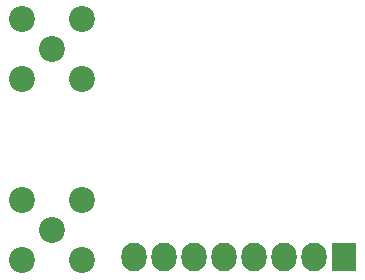
<source format=gbs>
G04 #@! TF.FileFunction,Soldermask,Bot*
%FSLAX46Y46*%
G04 Gerber Fmt 4.6, Leading zero omitted, Abs format (unit mm)*
G04 Created by KiCad (PCBNEW 4.0.2-stable) date Sat Apr  2 12:17:37 2016*
%MOMM*%
G01*
G04 APERTURE LIST*
%ADD10C,0.100000*%
%ADD11R,2.127200X2.432000*%
%ADD12O,2.127200X2.432000*%
%ADD13C,2.200000*%
G04 APERTURE END LIST*
D10*
D11*
X160655000Y-114750000D03*
D12*
X158115000Y-114750000D03*
X155575000Y-114750000D03*
X153035000Y-114750000D03*
X150495000Y-114750000D03*
X147955000Y-114750000D03*
X145415000Y-114750000D03*
X142875000Y-114750000D03*
D13*
X135890000Y-112500000D03*
X138430000Y-115040000D03*
X133350000Y-115040000D03*
X133350000Y-109960000D03*
X138430000Y-109960000D03*
X135890000Y-97155000D03*
X133350000Y-94615000D03*
X138430000Y-94615000D03*
X138430000Y-99695000D03*
X133350000Y-99695000D03*
M02*

</source>
